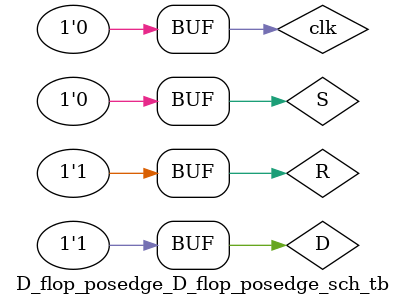
<source format=v>

`timescale 1ns / 1ps

module D_flop_posedge_D_flop_posedge_sch_tb();

// Inputs
   reg R;
   reg D;
   reg S;
   reg clk;

// Output
   wire Q;
   wire NQ;

// Bidirs

// Instantiate the UUT
   D_flop_posedge UUT (
		.R(R), 
		.D(D), 
		.Q(Q), 
		.S(S), 
		.clk(clk), 
		.NQ(NQ)
   );
// Initialize Inputs
   //`ifdef auto_init
   initial begin
		R = 0;
		D = 0;
		S = 0;
		clk = 0;
		
		#10;
		S = 0;
		R = 0;
		D = 0;
		
		#10;
		S = 1;
		R = 0;
		D = 0;
		
		#10;
		S = 1;
		R = 1;
		D = 0;
		
		#10;
		S = 1;
		R = 0;
		D = 1;
		
		#10;
		S = 1;
		R = 1;
		D = 1;
		
		#10;
		S = 0;
		R = 1;
		D = 0;
		
		#10;
		S = 0;
		R = 1;
		D = 0;
		
		#10;
		S = 0;
		R = 0;
		D = 1;
		
		#10;
		S = 0;
		R = 1;
		D = 1;
		
		#10;
		//clk = 1;
		S = 0;
		R = 0;
		D = 0;
		
		#10;
		S = 1;
		R = 0;
		D = 0;
		
		#10;
		S = 1;
		R = 1;
		D = 0;
		
		#10;
		S = 1;
		R = 0;
		D = 1;
		
		#10;
		S = 1;
		R = 1;
		D = 1;
		
		#10;
		S = 0;
		R = 1;
		D = 0;
		
		#10;
		S = 0;
		R = 1;
		D = 0;
		
		#10;
		S = 0;
		R = 0;
		D = 1;
		
		#10;
		S = 0;
		R = 1;
		D = 1;
	end
   //`endif
endmodule

</source>
